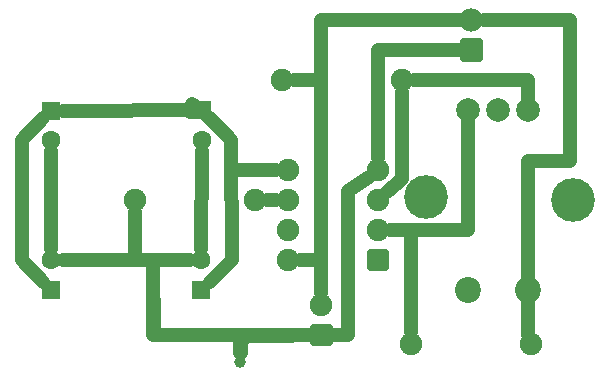
<source format=gbl>
G04 MADE WITH FRITZING*
G04 WWW.FRITZING.ORG*
G04 DOUBLE SIDED*
G04 HOLES PLATED*
G04 CONTOUR ON CENTER OF CONTOUR VECTOR*
%ASAXBY*%
%FSLAX23Y23*%
%MOIN*%
%OFA0B0*%
%SFA1.0B1.0*%
%ADD10C,0.070000*%
%ADD11C,0.075000*%
%ADD12C,0.145669*%
%ADD13C,0.039370*%
%ADD14C,0.062992*%
%ADD15C,0.078000*%
%ADD16C,0.078740*%
%ADD17C,0.086614*%
%ADD18R,0.062992X0.062992*%
%ADD19C,0.048000*%
%ADD20C,0.020000*%
%ADD21R,0.001000X0.001000*%
%LNCOPPER0*%
G90*
G70*
G54D10*
X1739Y1057D03*
X1639Y1057D03*
X1539Y1057D03*
X1739Y457D03*
X1539Y457D03*
G54D11*
X919Y1157D03*
X1319Y1157D03*
X1750Y277D03*
X1350Y277D03*
X829Y757D03*
X429Y757D03*
G54D12*
X1399Y767D03*
X1889Y757D03*
G54D11*
X1050Y307D03*
X1050Y407D03*
G54D13*
X779Y217D03*
G54D14*
X650Y458D03*
X650Y557D03*
X650Y458D03*
X650Y557D03*
X150Y458D03*
X150Y557D03*
X150Y458D03*
X150Y557D03*
X651Y1056D03*
X651Y958D03*
X651Y1056D03*
X651Y958D03*
X150Y1055D03*
X150Y957D03*
X150Y1055D03*
X150Y957D03*
G54D11*
X1239Y557D03*
X939Y557D03*
X1239Y657D03*
X939Y657D03*
X1239Y757D03*
X939Y757D03*
X1239Y857D03*
X939Y857D03*
G54D15*
X1550Y1257D03*
X1550Y1357D03*
G54D16*
X1739Y1057D03*
G54D17*
X1539Y457D03*
X1739Y457D03*
G54D16*
X1539Y1057D03*
X1639Y1057D03*
G54D18*
X650Y458D03*
X650Y458D03*
X150Y458D03*
X150Y458D03*
X651Y1056D03*
X651Y1056D03*
X150Y1055D03*
X150Y1055D03*
G54D19*
X1049Y557D02*
X979Y557D01*
D02*
X1049Y1158D02*
X1049Y557D01*
D02*
X959Y1157D02*
X1049Y1158D01*
D02*
X1319Y1007D02*
X1319Y1118D01*
D02*
X1319Y827D02*
X1319Y1007D01*
D02*
X1269Y783D02*
X1319Y827D01*
D02*
X1500Y1158D02*
X1359Y1157D01*
D02*
X1740Y1158D02*
X1500Y1158D01*
D02*
X1739Y1095D02*
X1740Y1158D01*
D02*
X1740Y718D02*
X1739Y495D01*
D02*
X1879Y887D02*
X1740Y887D01*
D02*
X1740Y887D02*
X1740Y718D01*
D02*
X1879Y1356D02*
X1879Y887D01*
D02*
X1591Y1357D02*
X1879Y1356D01*
D02*
X1740Y307D02*
X1739Y420D01*
D02*
X1738Y315D02*
X1740Y307D01*
D02*
X1540Y656D02*
X1279Y657D01*
D02*
X1539Y1020D02*
X1540Y656D01*
D02*
X1349Y656D02*
X1350Y317D01*
D02*
X1279Y657D02*
X1349Y656D01*
D02*
X429Y557D02*
X429Y718D01*
D02*
X612Y557D02*
X429Y557D01*
D02*
X899Y757D02*
X869Y757D01*
D02*
X648Y1058D02*
X619Y1077D01*
D02*
X748Y858D02*
X748Y958D01*
D02*
X748Y958D02*
X648Y1058D01*
D02*
X899Y857D02*
X748Y858D01*
D02*
X1050Y557D02*
X1050Y447D01*
D02*
X979Y557D02*
X1050Y557D01*
D02*
X612Y557D02*
X490Y557D01*
D02*
X490Y557D02*
X490Y306D01*
D02*
X490Y306D02*
X1010Y307D01*
D02*
X489Y557D02*
X612Y557D01*
D02*
X491Y306D02*
X489Y557D01*
D02*
X784Y307D02*
X491Y306D01*
D02*
X781Y247D02*
X784Y307D01*
D02*
X1139Y787D02*
X1139Y307D01*
D02*
X779Y305D02*
X779Y247D01*
D02*
X1139Y307D02*
X779Y305D01*
D02*
X1207Y834D02*
X1139Y787D01*
D02*
X650Y1056D02*
X613Y1052D01*
D02*
X188Y1055D02*
X650Y1056D01*
D02*
X51Y958D02*
X51Y558D01*
D02*
X51Y558D02*
X123Y485D01*
D02*
X123Y1029D02*
X51Y958D01*
D02*
X1048Y558D02*
X979Y557D01*
D02*
X1048Y657D02*
X1048Y558D01*
D02*
X1050Y657D02*
X1048Y657D01*
D02*
X1050Y1357D02*
X1050Y657D01*
D02*
X751Y558D02*
X677Y485D01*
D02*
X750Y956D02*
X751Y558D01*
D02*
X678Y1029D02*
X750Y956D01*
D02*
X1239Y897D02*
X1240Y1258D01*
D02*
X651Y920D02*
X650Y595D01*
D02*
X150Y919D02*
X150Y595D01*
D02*
X612Y557D02*
X188Y557D01*
D02*
X1050Y1357D02*
X1473Y1358D01*
D02*
X750Y956D02*
X748Y859D01*
D02*
X1508Y1358D02*
X1473Y1358D01*
D02*
X1240Y1258D02*
X1508Y1257D01*
G54D20*
X1022Y334D02*
X1077Y334D01*
X1077Y279D01*
X1022Y279D01*
X1022Y334D01*
D02*
X1211Y530D02*
X1211Y585D01*
X1266Y585D01*
X1266Y530D01*
X1211Y530D01*
D02*
X1521Y1228D02*
X1521Y1286D01*
X1579Y1286D01*
X1579Y1228D01*
X1521Y1228D01*
D02*
G54D21*
X1533Y1092D02*
X1543Y1092D01*
X1633Y1092D02*
X1642Y1092D01*
X1733Y1092D02*
X1742Y1092D01*
X1529Y1091D02*
X1546Y1091D01*
X1629Y1091D02*
X1646Y1091D01*
X1729Y1091D02*
X1746Y1091D01*
X1526Y1090D02*
X1549Y1090D01*
X1626Y1090D02*
X1649Y1090D01*
X1726Y1090D02*
X1749Y1090D01*
X1524Y1089D02*
X1551Y1089D01*
X1624Y1089D02*
X1651Y1089D01*
X1724Y1089D02*
X1751Y1089D01*
X1522Y1088D02*
X1553Y1088D01*
X1622Y1088D02*
X1653Y1088D01*
X1722Y1088D02*
X1753Y1088D01*
X1521Y1087D02*
X1555Y1087D01*
X1620Y1087D02*
X1655Y1087D01*
X1720Y1087D02*
X1755Y1087D01*
X1519Y1086D02*
X1556Y1086D01*
X1619Y1086D02*
X1656Y1086D01*
X1719Y1086D02*
X1756Y1086D01*
X1518Y1085D02*
X1558Y1085D01*
X1618Y1085D02*
X1658Y1085D01*
X1718Y1085D02*
X1758Y1085D01*
X1516Y1084D02*
X1559Y1084D01*
X1616Y1084D02*
X1659Y1084D01*
X1716Y1084D02*
X1759Y1084D01*
X1515Y1083D02*
X1560Y1083D01*
X1615Y1083D02*
X1660Y1083D01*
X1715Y1083D02*
X1760Y1083D01*
X1514Y1082D02*
X1561Y1082D01*
X1614Y1082D02*
X1661Y1082D01*
X1714Y1082D02*
X1761Y1082D01*
X1513Y1081D02*
X1562Y1081D01*
X1613Y1081D02*
X1662Y1081D01*
X1713Y1081D02*
X1762Y1081D01*
X1512Y1080D02*
X1563Y1080D01*
X1612Y1080D02*
X1663Y1080D01*
X1712Y1080D02*
X1763Y1080D01*
X1512Y1079D02*
X1564Y1079D01*
X1611Y1079D02*
X1664Y1079D01*
X1711Y1079D02*
X1764Y1079D01*
X1511Y1078D02*
X1565Y1078D01*
X1611Y1078D02*
X1665Y1078D01*
X1711Y1078D02*
X1765Y1078D01*
X1510Y1077D02*
X1565Y1077D01*
X1610Y1077D02*
X1665Y1077D01*
X1710Y1077D02*
X1765Y1077D01*
X1509Y1076D02*
X1566Y1076D01*
X1609Y1076D02*
X1666Y1076D01*
X1709Y1076D02*
X1766Y1076D01*
X1509Y1075D02*
X1567Y1075D01*
X1609Y1075D02*
X1667Y1075D01*
X1708Y1075D02*
X1767Y1075D01*
X1508Y1074D02*
X1567Y1074D01*
X1608Y1074D02*
X1667Y1074D01*
X1708Y1074D02*
X1767Y1074D01*
X1507Y1073D02*
X1568Y1073D01*
X1607Y1073D02*
X1668Y1073D01*
X1707Y1073D02*
X1768Y1073D01*
X1507Y1072D02*
X1533Y1072D01*
X1543Y1072D02*
X1569Y1072D01*
X1607Y1072D02*
X1632Y1072D01*
X1643Y1072D02*
X1668Y1072D01*
X1707Y1072D02*
X1732Y1072D01*
X1743Y1072D02*
X1768Y1072D01*
X1506Y1071D02*
X1530Y1071D01*
X1546Y1071D02*
X1569Y1071D01*
X1606Y1071D02*
X1629Y1071D01*
X1646Y1071D02*
X1669Y1071D01*
X1706Y1071D02*
X1729Y1071D01*
X1746Y1071D02*
X1769Y1071D01*
X1506Y1070D02*
X1528Y1070D01*
X1548Y1070D02*
X1569Y1070D01*
X1606Y1070D02*
X1628Y1070D01*
X1648Y1070D02*
X1669Y1070D01*
X1706Y1070D02*
X1728Y1070D01*
X1748Y1070D02*
X1769Y1070D01*
X1506Y1069D02*
X1527Y1069D01*
X1549Y1069D02*
X1570Y1069D01*
X1605Y1069D02*
X1626Y1069D01*
X1649Y1069D02*
X1670Y1069D01*
X1705Y1069D02*
X1726Y1069D01*
X1749Y1069D02*
X1770Y1069D01*
X1505Y1068D02*
X1526Y1068D01*
X1550Y1068D02*
X1570Y1068D01*
X1605Y1068D02*
X1625Y1068D01*
X1650Y1068D02*
X1670Y1068D01*
X1705Y1068D02*
X1725Y1068D01*
X1750Y1068D02*
X1770Y1068D01*
X1505Y1067D02*
X1525Y1067D01*
X1551Y1067D02*
X1571Y1067D01*
X1605Y1067D02*
X1625Y1067D01*
X1651Y1067D02*
X1671Y1067D01*
X1705Y1067D02*
X1725Y1067D01*
X1751Y1067D02*
X1771Y1067D01*
X1504Y1066D02*
X1524Y1066D01*
X1551Y1066D02*
X1571Y1066D01*
X1604Y1066D02*
X1624Y1066D01*
X1651Y1066D02*
X1671Y1066D01*
X1704Y1066D02*
X1724Y1066D01*
X1751Y1066D02*
X1771Y1066D01*
X1504Y1065D02*
X1524Y1065D01*
X1552Y1065D02*
X1571Y1065D01*
X1604Y1065D02*
X1624Y1065D01*
X1652Y1065D02*
X1671Y1065D01*
X1704Y1065D02*
X1724Y1065D01*
X1752Y1065D02*
X1771Y1065D01*
X1504Y1064D02*
X1523Y1064D01*
X1552Y1064D02*
X1571Y1064D01*
X1604Y1064D02*
X1623Y1064D01*
X1652Y1064D02*
X1671Y1064D01*
X1704Y1064D02*
X1723Y1064D01*
X1752Y1064D02*
X1771Y1064D01*
X1504Y1063D02*
X1523Y1063D01*
X1552Y1063D02*
X1572Y1063D01*
X1604Y1063D02*
X1623Y1063D01*
X1652Y1063D02*
X1672Y1063D01*
X1704Y1063D02*
X1723Y1063D01*
X1752Y1063D02*
X1772Y1063D01*
X1504Y1062D02*
X1523Y1062D01*
X1553Y1062D02*
X1572Y1062D01*
X1604Y1062D02*
X1623Y1062D01*
X1653Y1062D02*
X1672Y1062D01*
X1703Y1062D02*
X1723Y1062D01*
X1753Y1062D02*
X1772Y1062D01*
X1503Y1061D02*
X1522Y1061D01*
X1553Y1061D02*
X1572Y1061D01*
X1603Y1061D02*
X1622Y1061D01*
X1653Y1061D02*
X1672Y1061D01*
X1703Y1061D02*
X1722Y1061D01*
X1753Y1061D02*
X1772Y1061D01*
X1503Y1060D02*
X1522Y1060D01*
X1553Y1060D02*
X1572Y1060D01*
X1603Y1060D02*
X1622Y1060D01*
X1653Y1060D02*
X1672Y1060D01*
X1703Y1060D02*
X1722Y1060D01*
X1753Y1060D02*
X1772Y1060D01*
X1503Y1059D02*
X1522Y1059D01*
X1553Y1059D02*
X1572Y1059D01*
X1603Y1059D02*
X1622Y1059D01*
X1653Y1059D02*
X1672Y1059D01*
X1703Y1059D02*
X1722Y1059D01*
X1753Y1059D02*
X1772Y1059D01*
X1503Y1058D02*
X1522Y1058D01*
X1553Y1058D02*
X1572Y1058D01*
X1603Y1058D02*
X1622Y1058D01*
X1653Y1058D02*
X1672Y1058D01*
X1703Y1058D02*
X1722Y1058D01*
X1753Y1058D02*
X1772Y1058D01*
X1503Y1057D02*
X1522Y1057D01*
X1553Y1057D02*
X1572Y1057D01*
X1603Y1057D02*
X1622Y1057D01*
X1653Y1057D02*
X1672Y1057D01*
X1703Y1057D02*
X1722Y1057D01*
X1753Y1057D02*
X1772Y1057D01*
X1503Y1056D02*
X1522Y1056D01*
X1553Y1056D02*
X1572Y1056D01*
X1603Y1056D02*
X1622Y1056D01*
X1653Y1056D02*
X1672Y1056D01*
X1703Y1056D02*
X1722Y1056D01*
X1753Y1056D02*
X1772Y1056D01*
X1503Y1055D02*
X1522Y1055D01*
X1553Y1055D02*
X1572Y1055D01*
X1603Y1055D02*
X1622Y1055D01*
X1653Y1055D02*
X1672Y1055D01*
X1703Y1055D02*
X1722Y1055D01*
X1753Y1055D02*
X1772Y1055D01*
X1503Y1054D02*
X1522Y1054D01*
X1553Y1054D02*
X1572Y1054D01*
X1603Y1054D02*
X1622Y1054D01*
X1653Y1054D02*
X1672Y1054D01*
X1703Y1054D02*
X1722Y1054D01*
X1753Y1054D02*
X1772Y1054D01*
X1504Y1053D02*
X1523Y1053D01*
X1553Y1053D02*
X1572Y1053D01*
X1604Y1053D02*
X1623Y1053D01*
X1653Y1053D02*
X1672Y1053D01*
X1703Y1053D02*
X1723Y1053D01*
X1753Y1053D02*
X1772Y1053D01*
X1504Y1052D02*
X1523Y1052D01*
X1552Y1052D02*
X1572Y1052D01*
X1604Y1052D02*
X1623Y1052D01*
X1652Y1052D02*
X1672Y1052D01*
X1704Y1052D02*
X1723Y1052D01*
X1752Y1052D02*
X1772Y1052D01*
X1504Y1051D02*
X1523Y1051D01*
X1552Y1051D02*
X1571Y1051D01*
X1604Y1051D02*
X1623Y1051D01*
X1652Y1051D02*
X1671Y1051D01*
X1704Y1051D02*
X1723Y1051D01*
X1752Y1051D02*
X1771Y1051D01*
X1504Y1050D02*
X1524Y1050D01*
X1552Y1050D02*
X1571Y1050D01*
X1604Y1050D02*
X1624Y1050D01*
X1652Y1050D02*
X1671Y1050D01*
X1704Y1050D02*
X1724Y1050D01*
X1752Y1050D02*
X1771Y1050D01*
X1504Y1049D02*
X1524Y1049D01*
X1551Y1049D02*
X1571Y1049D01*
X1604Y1049D02*
X1624Y1049D01*
X1651Y1049D02*
X1671Y1049D01*
X1704Y1049D02*
X1724Y1049D01*
X1751Y1049D02*
X1771Y1049D01*
X1505Y1048D02*
X1525Y1048D01*
X1551Y1048D02*
X1571Y1048D01*
X1605Y1048D02*
X1625Y1048D01*
X1651Y1048D02*
X1671Y1048D01*
X1705Y1048D02*
X1725Y1048D01*
X1751Y1048D02*
X1771Y1048D01*
X1505Y1047D02*
X1526Y1047D01*
X1550Y1047D02*
X1570Y1047D01*
X1605Y1047D02*
X1625Y1047D01*
X1650Y1047D02*
X1670Y1047D01*
X1705Y1047D02*
X1725Y1047D01*
X1750Y1047D02*
X1770Y1047D01*
X1506Y1046D02*
X1527Y1046D01*
X1549Y1046D02*
X1570Y1046D01*
X1605Y1046D02*
X1626Y1046D01*
X1649Y1046D02*
X1670Y1046D01*
X1705Y1046D02*
X1726Y1046D01*
X1749Y1046D02*
X1770Y1046D01*
X1506Y1045D02*
X1528Y1045D01*
X1548Y1045D02*
X1569Y1045D01*
X1606Y1045D02*
X1628Y1045D01*
X1648Y1045D02*
X1669Y1045D01*
X1706Y1045D02*
X1728Y1045D01*
X1748Y1045D02*
X1769Y1045D01*
X1506Y1044D02*
X1530Y1044D01*
X1546Y1044D02*
X1569Y1044D01*
X1606Y1044D02*
X1630Y1044D01*
X1646Y1044D02*
X1669Y1044D01*
X1706Y1044D02*
X1729Y1044D01*
X1746Y1044D02*
X1769Y1044D01*
X1507Y1043D02*
X1533Y1043D01*
X1543Y1043D02*
X1569Y1043D01*
X1607Y1043D02*
X1633Y1043D01*
X1643Y1043D02*
X1668Y1043D01*
X1707Y1043D02*
X1732Y1043D01*
X1743Y1043D02*
X1768Y1043D01*
X1507Y1042D02*
X1568Y1042D01*
X1607Y1042D02*
X1668Y1042D01*
X1707Y1042D02*
X1768Y1042D01*
X1508Y1041D02*
X1567Y1041D01*
X1608Y1041D02*
X1667Y1041D01*
X1708Y1041D02*
X1767Y1041D01*
X1509Y1040D02*
X1567Y1040D01*
X1609Y1040D02*
X1667Y1040D01*
X1708Y1040D02*
X1767Y1040D01*
X1509Y1039D02*
X1566Y1039D01*
X1609Y1039D02*
X1666Y1039D01*
X1709Y1039D02*
X1766Y1039D01*
X1510Y1038D02*
X1565Y1038D01*
X1610Y1038D02*
X1665Y1038D01*
X1710Y1038D02*
X1765Y1038D01*
X1511Y1037D02*
X1565Y1037D01*
X1611Y1037D02*
X1665Y1037D01*
X1711Y1037D02*
X1765Y1037D01*
X1512Y1036D02*
X1564Y1036D01*
X1611Y1036D02*
X1664Y1036D01*
X1711Y1036D02*
X1764Y1036D01*
X1512Y1035D02*
X1563Y1035D01*
X1612Y1035D02*
X1663Y1035D01*
X1712Y1035D02*
X1763Y1035D01*
X1513Y1034D02*
X1562Y1034D01*
X1613Y1034D02*
X1662Y1034D01*
X1713Y1034D02*
X1762Y1034D01*
X1514Y1033D02*
X1561Y1033D01*
X1614Y1033D02*
X1661Y1033D01*
X1714Y1033D02*
X1761Y1033D01*
X1515Y1032D02*
X1560Y1032D01*
X1615Y1032D02*
X1660Y1032D01*
X1715Y1032D02*
X1760Y1032D01*
X1516Y1031D02*
X1559Y1031D01*
X1616Y1031D02*
X1659Y1031D01*
X1716Y1031D02*
X1759Y1031D01*
X1518Y1030D02*
X1558Y1030D01*
X1618Y1030D02*
X1658Y1030D01*
X1718Y1030D02*
X1758Y1030D01*
X1519Y1029D02*
X1556Y1029D01*
X1619Y1029D02*
X1656Y1029D01*
X1719Y1029D02*
X1756Y1029D01*
X1521Y1028D02*
X1555Y1028D01*
X1620Y1028D02*
X1655Y1028D01*
X1720Y1028D02*
X1755Y1028D01*
X1522Y1027D02*
X1553Y1027D01*
X1622Y1027D02*
X1653Y1027D01*
X1722Y1027D02*
X1753Y1027D01*
X1524Y1026D02*
X1551Y1026D01*
X1624Y1026D02*
X1651Y1026D01*
X1724Y1026D02*
X1751Y1026D01*
X1526Y1025D02*
X1549Y1025D01*
X1626Y1025D02*
X1649Y1025D01*
X1726Y1025D02*
X1749Y1025D01*
X1529Y1024D02*
X1546Y1024D01*
X1629Y1024D02*
X1646Y1024D01*
X1729Y1024D02*
X1746Y1024D01*
X1533Y1023D02*
X1543Y1023D01*
X1633Y1023D02*
X1642Y1023D01*
X1733Y1023D02*
X1742Y1023D01*
X1532Y492D02*
X1544Y492D01*
X1732Y492D02*
X1743Y492D01*
X1528Y491D02*
X1547Y491D01*
X1728Y491D02*
X1747Y491D01*
X1526Y490D02*
X1550Y490D01*
X1726Y490D02*
X1750Y490D01*
X1524Y489D02*
X1552Y489D01*
X1723Y489D02*
X1752Y489D01*
X1522Y488D02*
X1554Y488D01*
X1722Y488D02*
X1754Y488D01*
X1520Y487D02*
X1555Y487D01*
X1720Y487D02*
X1755Y487D01*
X1519Y486D02*
X1557Y486D01*
X1719Y486D02*
X1757Y486D01*
X1517Y485D02*
X1558Y485D01*
X1717Y485D02*
X1758Y485D01*
X1516Y484D02*
X1559Y484D01*
X1716Y484D02*
X1759Y484D01*
X1515Y483D02*
X1560Y483D01*
X1715Y483D02*
X1760Y483D01*
X1514Y482D02*
X1561Y482D01*
X1714Y482D02*
X1761Y482D01*
X1513Y481D02*
X1562Y481D01*
X1713Y481D02*
X1762Y481D01*
X1512Y480D02*
X1563Y480D01*
X1712Y480D02*
X1763Y480D01*
X1511Y479D02*
X1564Y479D01*
X1711Y479D02*
X1764Y479D01*
X1511Y478D02*
X1565Y478D01*
X1710Y478D02*
X1765Y478D01*
X1510Y477D02*
X1566Y477D01*
X1710Y477D02*
X1766Y477D01*
X1509Y476D02*
X1566Y476D01*
X1709Y476D02*
X1766Y476D01*
X1508Y475D02*
X1567Y475D01*
X1708Y475D02*
X1767Y475D01*
X1508Y474D02*
X1568Y474D01*
X1708Y474D02*
X1767Y474D01*
X1507Y473D02*
X1568Y473D01*
X1707Y473D02*
X1768Y473D01*
X1507Y472D02*
X1532Y472D01*
X1544Y472D02*
X1569Y472D01*
X1707Y472D02*
X1732Y472D01*
X1744Y472D02*
X1769Y472D01*
X1506Y471D02*
X1529Y471D01*
X1546Y471D02*
X1569Y471D01*
X1706Y471D02*
X1729Y471D01*
X1746Y471D02*
X1769Y471D01*
X1506Y470D02*
X1527Y470D01*
X1548Y470D02*
X1570Y470D01*
X1706Y470D02*
X1727Y470D01*
X1748Y470D02*
X1769Y470D01*
X1505Y469D02*
X1526Y469D01*
X1549Y469D02*
X1570Y469D01*
X1705Y469D02*
X1726Y469D01*
X1749Y469D02*
X1770Y469D01*
X1505Y468D02*
X1525Y468D01*
X1550Y468D02*
X1570Y468D01*
X1705Y468D02*
X1725Y468D01*
X1750Y468D02*
X1770Y468D01*
X1505Y467D02*
X1525Y467D01*
X1551Y467D02*
X1571Y467D01*
X1705Y467D02*
X1725Y467D01*
X1751Y467D02*
X1771Y467D01*
X1504Y466D02*
X1524Y466D01*
X1551Y466D02*
X1571Y466D01*
X1704Y466D02*
X1724Y466D01*
X1751Y466D02*
X1771Y466D01*
X1504Y465D02*
X1524Y465D01*
X1552Y465D02*
X1571Y465D01*
X1704Y465D02*
X1723Y465D01*
X1752Y465D02*
X1771Y465D01*
X1504Y464D02*
X1523Y464D01*
X1552Y464D02*
X1572Y464D01*
X1704Y464D02*
X1723Y464D01*
X1752Y464D02*
X1771Y464D01*
X1504Y463D02*
X1523Y463D01*
X1553Y463D02*
X1572Y463D01*
X1704Y463D02*
X1723Y463D01*
X1752Y463D02*
X1772Y463D01*
X1504Y462D02*
X1523Y462D01*
X1553Y462D02*
X1572Y462D01*
X1703Y462D02*
X1723Y462D01*
X1753Y462D02*
X1772Y462D01*
X1503Y461D02*
X1522Y461D01*
X1553Y461D02*
X1572Y461D01*
X1703Y461D02*
X1722Y461D01*
X1753Y461D02*
X1772Y461D01*
X1503Y460D02*
X1522Y460D01*
X1553Y460D02*
X1572Y460D01*
X1703Y460D02*
X1722Y460D01*
X1753Y460D02*
X1772Y460D01*
X1503Y459D02*
X1522Y459D01*
X1553Y459D02*
X1572Y459D01*
X1703Y459D02*
X1722Y459D01*
X1753Y459D02*
X1772Y459D01*
X1503Y458D02*
X1522Y458D01*
X1553Y458D02*
X1572Y458D01*
X1703Y458D02*
X1722Y458D01*
X1753Y458D02*
X1772Y458D01*
X1503Y457D02*
X1522Y457D01*
X1553Y457D02*
X1572Y457D01*
X1703Y457D02*
X1722Y457D01*
X1753Y457D02*
X1772Y457D01*
X1503Y456D02*
X1522Y456D01*
X1553Y456D02*
X1572Y456D01*
X1703Y456D02*
X1722Y456D01*
X1753Y456D02*
X1772Y456D01*
X1503Y455D02*
X1522Y455D01*
X1553Y455D02*
X1572Y455D01*
X1703Y455D02*
X1722Y455D01*
X1753Y455D02*
X1772Y455D01*
X1503Y454D02*
X1523Y454D01*
X1553Y454D02*
X1572Y454D01*
X1703Y454D02*
X1722Y454D01*
X1753Y454D02*
X1772Y454D01*
X1504Y453D02*
X1523Y453D01*
X1553Y453D02*
X1572Y453D01*
X1704Y453D02*
X1723Y453D01*
X1753Y453D02*
X1772Y453D01*
X1504Y452D02*
X1523Y452D01*
X1552Y452D02*
X1572Y452D01*
X1704Y452D02*
X1723Y452D01*
X1752Y452D02*
X1772Y452D01*
X1504Y451D02*
X1523Y451D01*
X1552Y451D02*
X1571Y451D01*
X1704Y451D02*
X1723Y451D01*
X1752Y451D02*
X1771Y451D01*
X1504Y450D02*
X1524Y450D01*
X1552Y450D02*
X1571Y450D01*
X1704Y450D02*
X1724Y450D01*
X1752Y450D02*
X1771Y450D01*
X1505Y449D02*
X1524Y449D01*
X1551Y449D02*
X1571Y449D01*
X1704Y449D02*
X1724Y449D01*
X1751Y449D02*
X1771Y449D01*
X1505Y448D02*
X1525Y448D01*
X1551Y448D02*
X1571Y448D01*
X1705Y448D02*
X1725Y448D01*
X1750Y448D02*
X1770Y448D01*
X1505Y447D02*
X1526Y447D01*
X1550Y447D02*
X1570Y447D01*
X1705Y447D02*
X1726Y447D01*
X1750Y447D02*
X1770Y447D01*
X1506Y446D02*
X1527Y446D01*
X1549Y446D02*
X1570Y446D01*
X1706Y446D02*
X1727Y446D01*
X1749Y446D02*
X1770Y446D01*
X1506Y445D02*
X1528Y445D01*
X1547Y445D02*
X1569Y445D01*
X1706Y445D02*
X1728Y445D01*
X1747Y445D02*
X1769Y445D01*
X1506Y444D02*
X1530Y444D01*
X1545Y444D02*
X1569Y444D01*
X1706Y444D02*
X1730Y444D01*
X1745Y444D02*
X1769Y444D01*
X1507Y443D02*
X1534Y443D01*
X1542Y443D02*
X1568Y443D01*
X1707Y443D02*
X1734Y443D01*
X1742Y443D02*
X1768Y443D01*
X1508Y442D02*
X1568Y442D01*
X1707Y442D02*
X1768Y442D01*
X1508Y441D02*
X1567Y441D01*
X1708Y441D02*
X1767Y441D01*
X1509Y440D02*
X1567Y440D01*
X1709Y440D02*
X1767Y440D01*
X1509Y439D02*
X1566Y439D01*
X1709Y439D02*
X1766Y439D01*
X1510Y438D02*
X1565Y438D01*
X1710Y438D02*
X1765Y438D01*
X1511Y437D02*
X1565Y437D01*
X1711Y437D02*
X1764Y437D01*
X1512Y436D02*
X1564Y436D01*
X1712Y436D02*
X1764Y436D01*
X1513Y435D02*
X1563Y435D01*
X1712Y435D02*
X1763Y435D01*
X1513Y434D02*
X1562Y434D01*
X1713Y434D02*
X1762Y434D01*
X1514Y433D02*
X1561Y433D01*
X1714Y433D02*
X1761Y433D01*
X1516Y432D02*
X1560Y432D01*
X1715Y432D02*
X1760Y432D01*
X1517Y431D02*
X1559Y431D01*
X1717Y431D02*
X1759Y431D01*
X1518Y430D02*
X1557Y430D01*
X1718Y430D02*
X1757Y430D01*
X1519Y429D02*
X1556Y429D01*
X1719Y429D02*
X1756Y429D01*
X1521Y428D02*
X1555Y428D01*
X1721Y428D02*
X1754Y428D01*
X1523Y427D02*
X1553Y427D01*
X1722Y427D02*
X1753Y427D01*
X1524Y426D02*
X1551Y426D01*
X1724Y426D02*
X1751Y426D01*
X1527Y425D02*
X1549Y425D01*
X1727Y425D02*
X1749Y425D01*
X1530Y424D02*
X1546Y424D01*
X1730Y424D02*
X1746Y424D01*
X1534Y423D02*
X1541Y423D01*
X1734Y423D02*
X1741Y423D01*
D02*
G04 End of Copper0*
M02*
</source>
